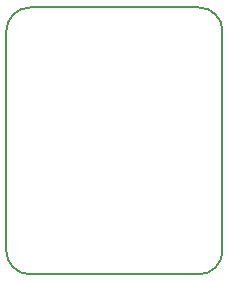
<source format=gbr>
G04 #@! TF.GenerationSoftware,KiCad,Pcbnew,5.0.1-33cea8e~68~ubuntu18.10.1*
G04 #@! TF.CreationDate,2018-12-01T22:16:55+02:00*
G04 #@! TF.ProjectId,BRK-MSOP-8-3x3-P0.65,42524B2D4D534F502D382D3378332D50,v1.0*
G04 #@! TF.SameCoordinates,Original*
G04 #@! TF.FileFunction,Legend,Bot*
G04 #@! TF.FilePolarity,Positive*
%FSLAX46Y46*%
G04 Gerber Fmt 4.6, Leading zero omitted, Abs format (unit mm)*
G04 Created by KiCad (PCBNEW 5.0.1-33cea8e~68~ubuntu18.10.1) date la  1. joulukuuta 2018 22.16.55*
%MOMM*%
%LPD*%
G01*
G04 APERTURE LIST*
%ADD10C,0.150000*%
G04 APERTURE END LIST*
D10*
X52000000Y-70600000D02*
G75*
G02X50000000Y-68600000I0J2000000D01*
G01*
X68300000Y-68600000D02*
G75*
G02X66300000Y-70600000I-2000000J0D01*
G01*
X66300000Y-48000000D02*
G75*
G02X68300000Y-50000000I0J-2000000D01*
G01*
X50000000Y-50000000D02*
G75*
G02X52000000Y-48000000I2000000J0D01*
G01*
X66300000Y-70600000D02*
X52000000Y-70600000D01*
X68300000Y-50000000D02*
X68300000Y-68600000D01*
X52000000Y-48000000D02*
X66300000Y-48000000D01*
X50000000Y-68600000D02*
X50000000Y-50000000D01*
M02*

</source>
